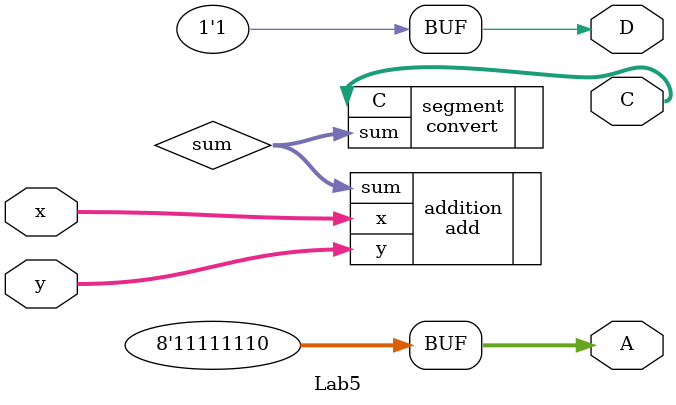
<source format=v>
`timescale 1ns / 1ps

module Lab5(x, y, A, D, C);

  input [3:0] x;
  input [3:0] y;
  output reg[7:0] A = 8'b11111110;
  output reg D = 1'b1;
  output [6:0] C;
  wire[3:0] sum;
  add addition(.x(x),.y(y),.sum(sum));
  convert segment(.sum(sum), .C(C));
  
endmodule

</source>
